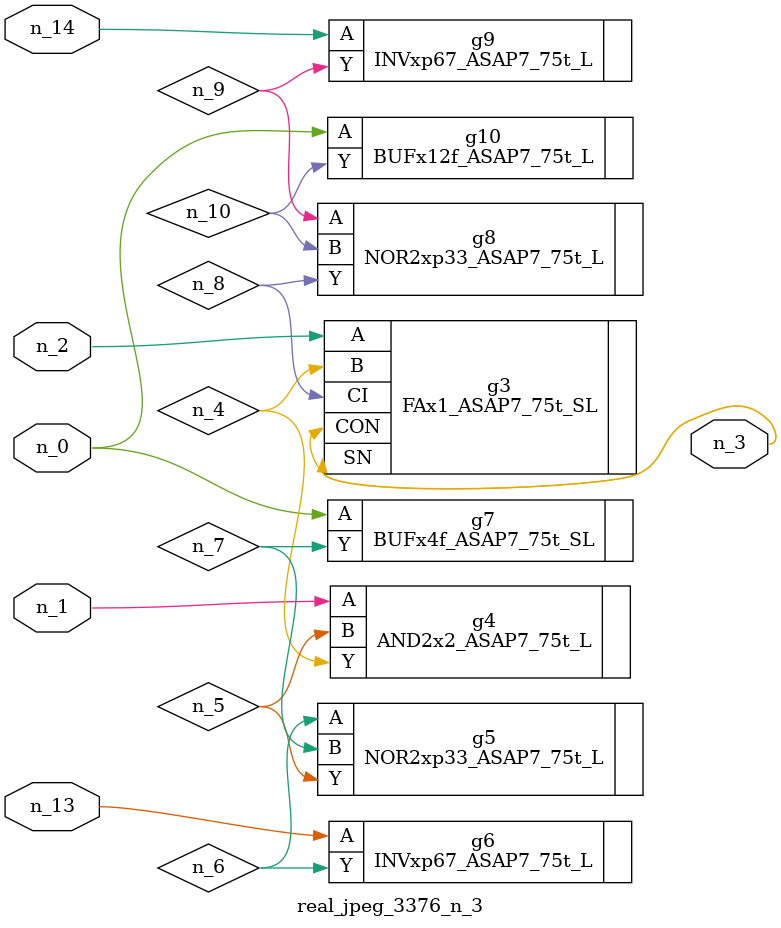
<source format=v>
module real_jpeg_3376_n_3 (n_0, n_1, n_14, n_2, n_13, n_3);

input n_0;
input n_1;
input n_14;
input n_2;
input n_13;

output n_3;

wire n_5;
wire n_4;
wire n_8;
wire n_6;
wire n_7;
wire n_10;
wire n_9;

BUFx4f_ASAP7_75t_SL g7 ( 
.A(n_0),
.Y(n_7)
);

BUFx12f_ASAP7_75t_L g10 ( 
.A(n_0),
.Y(n_10)
);

AND2x2_ASAP7_75t_L g4 ( 
.A(n_1),
.B(n_5),
.Y(n_4)
);

FAx1_ASAP7_75t_SL g3 ( 
.A(n_2),
.B(n_4),
.CI(n_8),
.CON(n_3),
.SN(n_3)
);

NOR2xp33_ASAP7_75t_L g5 ( 
.A(n_6),
.B(n_7),
.Y(n_5)
);

NOR2xp33_ASAP7_75t_L g8 ( 
.A(n_9),
.B(n_10),
.Y(n_8)
);

INVxp67_ASAP7_75t_L g6 ( 
.A(n_13),
.Y(n_6)
);

INVxp67_ASAP7_75t_L g9 ( 
.A(n_14),
.Y(n_9)
);


endmodule
</source>
